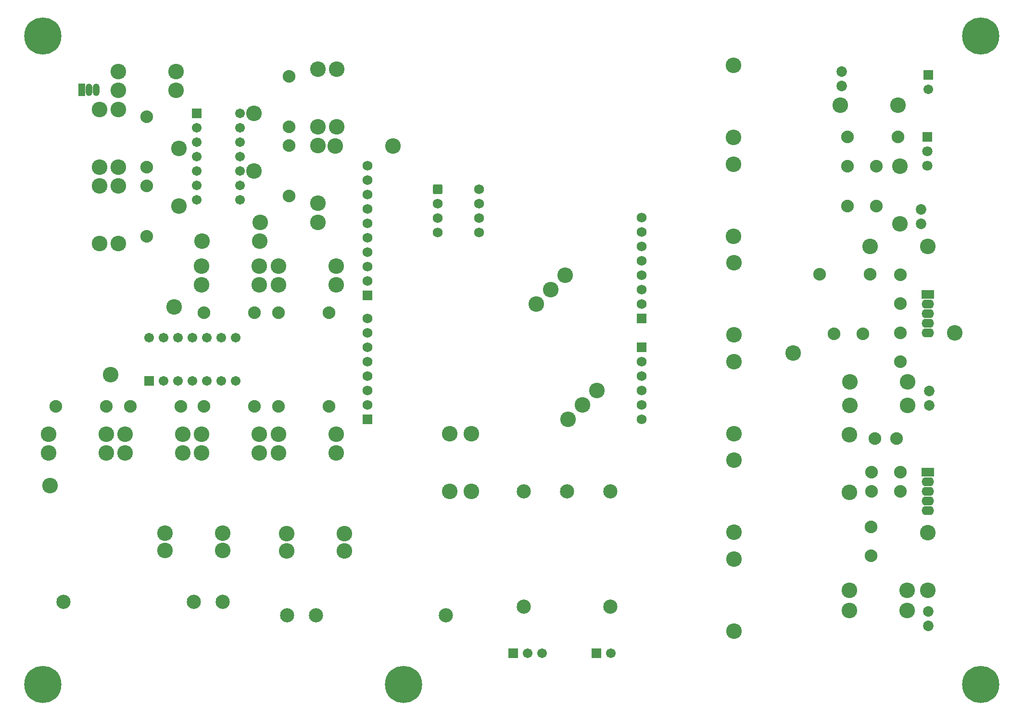
<source format=gbs>
%FSAX24Y24*%
%MOIN*%
G70*
G01*
G75*
G04 Layer_Color=16711935*
%ADD10C,0.0350*%
%ADD11C,0.0600*%
%ADD12C,0.0500*%
%ADD13C,0.1000*%
%ADD14C,0.0800*%
%ADD15R,0.0591X0.0591*%
%ADD16C,0.0591*%
%ADD17R,0.0630X0.0630*%
%ADD18C,0.0630*%
%ADD19O,0.0787X0.0551*%
%ADD20R,0.0787X0.0551*%
%ADD21R,0.0600X0.0600*%
%ADD22C,0.0600*%
G04:AMPARAMS|DCode=23|XSize=60mil|YSize=60mil|CornerRadius=7.5mil|HoleSize=0mil|Usage=FLASHONLY|Rotation=0.000|XOffset=0mil|YOffset=0mil|HoleType=Round|Shape=RoundedRectangle|*
%AMROUNDEDRECTD23*
21,1,0.0600,0.0450,0,0,0.0*
21,1,0.0450,0.0600,0,0,0.0*
1,1,0.0150,0.0225,-0.0225*
1,1,0.0150,-0.0225,-0.0225*
1,1,0.0150,-0.0225,0.0225*
1,1,0.0150,0.0225,0.0225*
%
%ADD23ROUNDEDRECTD23*%
%ADD24C,0.0906*%
%ADD25O,0.0394X0.0787*%
%ADD26R,0.0394X0.0787*%
%ADD27R,0.0591X0.0591*%
%ADD28C,0.0650*%
%ADD29C,0.0591*%
%ADD30R,0.0591X0.0591*%
%ADD31R,0.0591X0.0591*%
%ADD32C,0.2500*%
%ADD33C,0.0450*%
%ADD34C,0.0800*%
%ADD35C,0.0100*%
%ADD36C,0.0098*%
%ADD37C,0.0050*%
%ADD38C,0.0079*%
%ADD39C,0.0040*%
%ADD40C,0.0060*%
%ADD41C,0.1080*%
%ADD42C,0.0880*%
%ADD43R,0.0671X0.0671*%
%ADD44C,0.0671*%
%ADD45R,0.0710X0.0710*%
%ADD46C,0.0710*%
%ADD47O,0.0867X0.0631*%
%ADD48R,0.0867X0.0631*%
%ADD49R,0.0680X0.0680*%
%ADD50C,0.0680*%
G04:AMPARAMS|DCode=51|XSize=68mil|YSize=68mil|CornerRadius=11.5mil|HoleSize=0mil|Usage=FLASHONLY|Rotation=0.000|XOffset=0mil|YOffset=0mil|HoleType=Round|Shape=RoundedRectangle|*
%AMROUNDEDRECTD51*
21,1,0.0680,0.0450,0,0,0.0*
21,1,0.0450,0.0680,0,0,0.0*
1,1,0.0230,0.0225,-0.0225*
1,1,0.0230,-0.0225,-0.0225*
1,1,0.0230,-0.0225,0.0225*
1,1,0.0230,0.0225,0.0225*
%
%ADD51ROUNDEDRECTD51*%
%ADD52C,0.0986*%
%ADD53O,0.0474X0.0867*%
%ADD54R,0.0474X0.0867*%
%ADD55R,0.0671X0.0671*%
%ADD56C,0.0730*%
%ADD57C,0.0080*%
%ADD58C,0.0671*%
%ADD59R,0.0671X0.0671*%
%ADD60R,0.0671X0.0671*%
%ADD61C,0.2580*%
D41*
X051060Y059390D02*
D03*
Y055390D02*
D03*
X047060Y054050D02*
D03*
X051060D02*
D03*
X056270Y059350D02*
D03*
X052270D02*
D03*
X046620Y057630D02*
D03*
Y061630D02*
D03*
X052360Y064690D02*
D03*
Y060690D02*
D03*
X043030Y052760D02*
D03*
X047030D02*
D03*
X051060Y060690D02*
D03*
Y064690D02*
D03*
X047003Y049730D02*
D03*
X043003D02*
D03*
Y051030D02*
D03*
X047003D02*
D03*
Y039350D02*
D03*
X043003D02*
D03*
Y038050D02*
D03*
X047003D02*
D03*
X048310Y051030D02*
D03*
X052310D02*
D03*
X048310Y038050D02*
D03*
X052310D02*
D03*
Y049730D02*
D03*
X048310D02*
D03*
X052310Y039350D02*
D03*
X048310D02*
D03*
X037697D02*
D03*
X041697D02*
D03*
Y038050D02*
D03*
X037697D02*
D03*
X036390D02*
D03*
X032390D02*
D03*
Y039350D02*
D03*
X036390D02*
D03*
X037210Y061890D02*
D03*
Y057890D02*
D03*
Y063230D02*
D03*
X041210D02*
D03*
X035910Y057890D02*
D03*
Y061890D02*
D03*
X041420Y055190D02*
D03*
Y059190D02*
D03*
X035910Y056590D02*
D03*
Y052590D02*
D03*
X041210Y064530D02*
D03*
X037210D02*
D03*
Y052590D02*
D03*
Y056590D02*
D03*
X087919Y042990D02*
D03*
X091919D02*
D03*
X087889Y028530D02*
D03*
X091889D02*
D03*
X079899Y051250D02*
D03*
Y046250D02*
D03*
X079849Y058100D02*
D03*
Y053100D02*
D03*
Y064950D02*
D03*
Y059950D02*
D03*
X079879Y030700D02*
D03*
Y025700D02*
D03*
Y037550D02*
D03*
Y032550D02*
D03*
Y044400D02*
D03*
Y039400D02*
D03*
X089319Y052400D02*
D03*
X093319D02*
D03*
X087889Y039310D02*
D03*
Y035310D02*
D03*
X093309Y032530D02*
D03*
Y028530D02*
D03*
X044450Y031300D02*
D03*
X040450D02*
D03*
X044450Y032500D02*
D03*
X040450D02*
D03*
X048900Y032470D02*
D03*
X052900D02*
D03*
X048900Y031270D02*
D03*
X052900D02*
D03*
X061700Y035400D02*
D03*
Y039400D02*
D03*
X091259Y062190D02*
D03*
X087259D02*
D03*
X087919Y041350D02*
D03*
X091919D02*
D03*
X091889Y027120D02*
D03*
X087889D02*
D03*
X091399Y057940D02*
D03*
Y053940D02*
D03*
X060200Y039400D02*
D03*
Y035400D02*
D03*
X068200Y050400D02*
D03*
X067200Y049400D02*
D03*
X066200Y048400D02*
D03*
X070400Y042400D02*
D03*
X069400Y041400D02*
D03*
X068400Y040400D02*
D03*
X036700Y043500D02*
D03*
X095200Y046400D02*
D03*
X041100Y048200D02*
D03*
X084000Y045000D02*
D03*
X032500Y035800D02*
D03*
D42*
X049070Y059380D02*
D03*
Y055880D02*
D03*
Y060680D02*
D03*
Y064180D02*
D03*
X043157Y047780D02*
D03*
X046657D02*
D03*
X043157Y041300D02*
D03*
X046657D02*
D03*
X048320Y047780D02*
D03*
X051820D02*
D03*
X048320Y041300D02*
D03*
X051820D02*
D03*
X041543D02*
D03*
X038043D02*
D03*
X036380D02*
D03*
X032880D02*
D03*
X039200Y057900D02*
D03*
Y061400D02*
D03*
Y056600D02*
D03*
Y053100D02*
D03*
X087749Y059990D02*
D03*
X091249D02*
D03*
X089749Y057970D02*
D03*
X087749D02*
D03*
X089749Y055190D02*
D03*
X087749D02*
D03*
X091409Y046390D02*
D03*
Y044390D02*
D03*
X086829Y046320D02*
D03*
X088829D02*
D03*
X085819Y050460D02*
D03*
X089319D02*
D03*
X091409Y048430D02*
D03*
Y050430D02*
D03*
Y036720D02*
D03*
X089409D02*
D03*
X089639Y039060D02*
D03*
X091139D02*
D03*
X089399Y032920D02*
D03*
Y030920D02*
D03*
X089419Y035380D02*
D03*
X091419D02*
D03*
D43*
X093339Y064290D02*
D03*
D44*
Y063290D02*
D03*
X065600Y024150D02*
D03*
X066600D02*
D03*
X071370D02*
D03*
D45*
X093300Y059990D02*
D03*
D46*
Y058990D02*
D03*
Y057990D02*
D03*
D47*
X093319Y046391D02*
D03*
Y047061D02*
D03*
Y047730D02*
D03*
Y048399D02*
D03*
Y034041D02*
D03*
Y034711D02*
D03*
Y035380D02*
D03*
Y036049D02*
D03*
D48*
Y049069D02*
D03*
Y036719D02*
D03*
D49*
X073500Y045400D02*
D03*
X054500Y040400D02*
D03*
X073500Y047400D02*
D03*
X054500Y049000D02*
D03*
D50*
X073500Y044400D02*
D03*
Y043400D02*
D03*
Y042400D02*
D03*
Y041400D02*
D03*
Y040400D02*
D03*
X054500Y043400D02*
D03*
Y044400D02*
D03*
Y045400D02*
D03*
Y046400D02*
D03*
Y047400D02*
D03*
Y041400D02*
D03*
Y042400D02*
D03*
X073500Y050400D02*
D03*
Y051400D02*
D03*
Y052400D02*
D03*
Y053400D02*
D03*
Y054400D02*
D03*
Y048400D02*
D03*
Y049400D02*
D03*
X059340Y055340D02*
D03*
Y054340D02*
D03*
Y053340D02*
D03*
X062220D02*
D03*
Y054340D02*
D03*
Y055340D02*
D03*
Y056340D02*
D03*
X054500Y050000D02*
D03*
Y051000D02*
D03*
Y052000D02*
D03*
Y053000D02*
D03*
Y054000D02*
D03*
Y055000D02*
D03*
Y056000D02*
D03*
Y057000D02*
D03*
Y058000D02*
D03*
D51*
X059340Y056340D02*
D03*
D52*
X033436Y027720D02*
D03*
X042452D02*
D03*
X044460D02*
D03*
X059934Y026780D02*
D03*
X050918D02*
D03*
X048910D02*
D03*
X068330Y035400D02*
D03*
X065330D02*
D03*
X071330D02*
D03*
Y027400D02*
D03*
X065330D02*
D03*
D53*
X035700Y063250D02*
D03*
X035200D02*
D03*
D54*
X034700D02*
D03*
D55*
X064600Y024150D02*
D03*
X070370D02*
D03*
D56*
X087359Y063530D02*
D03*
Y064530D02*
D03*
X093409Y041360D02*
D03*
Y042360D02*
D03*
X093369Y027050D02*
D03*
Y026050D02*
D03*
X092859Y053940D02*
D03*
Y054940D02*
D03*
D58*
X045340Y046040D02*
D03*
X044340D02*
D03*
X043340D02*
D03*
X042340D02*
D03*
X041340D02*
D03*
X040340D02*
D03*
X039340D02*
D03*
X045340Y043040D02*
D03*
X044340D02*
D03*
X043340D02*
D03*
X042340D02*
D03*
X041340D02*
D03*
X040340D02*
D03*
X045640Y055630D02*
D03*
Y056630D02*
D03*
Y057630D02*
D03*
Y058630D02*
D03*
Y059630D02*
D03*
Y060630D02*
D03*
Y061630D02*
D03*
X042640Y055630D02*
D03*
Y056630D02*
D03*
Y057630D02*
D03*
Y058630D02*
D03*
Y059630D02*
D03*
Y060630D02*
D03*
D59*
X039340Y043040D02*
D03*
D60*
X042640Y061630D02*
D03*
D61*
X032000Y067000D02*
D03*
Y022000D02*
D03*
X097000Y067000D02*
D03*
Y022000D02*
D03*
X057000D02*
D03*
M02*

</source>
